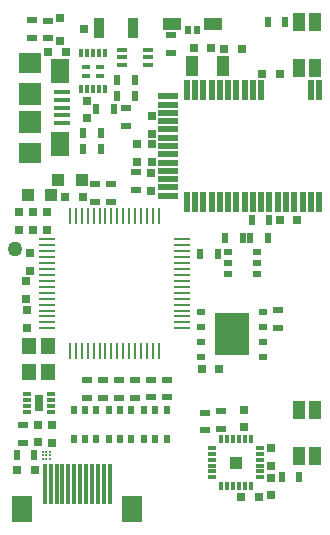
<source format=gtp>
G04 #@! TF.FileFunction,Paste,Top*
%FSLAX46Y46*%
G04 Gerber Fmt 4.6, Leading zero omitted, Abs format (unit mm)*
G04 Created by KiCad (PCBNEW 4.0.1-stable) date 11/28/2016 11:50:17 AM*
%MOMM*%
G01*
G04 APERTURE LIST*
%ADD10C,0.100000*%
%ADD11R,0.300000X0.650000*%
%ADD12R,0.744000X0.465000*%
%ADD13R,0.500000X0.900000*%
%ADD14R,0.900000X0.500000*%
%ADD15R,0.750000X0.800000*%
%ADD16R,0.800000X0.300000*%
%ADD17R,0.300000X0.800000*%
%ADD18R,1.000000X1.000000*%
%ADD19R,1.897380X1.897380*%
%ADD20R,1.897380X1.899920*%
%ADD21R,1.897380X1.795780*%
%ADD22R,1.597660X2.095500*%
%ADD23R,1.346200X0.398780*%
%ADD24R,0.279400X1.473200*%
%ADD25R,1.473200X0.279400*%
%ADD26R,0.850000X0.350000*%
%ADD27R,1.700000X0.500000*%
%ADD28R,0.500000X1.700000*%
%ADD29R,1.000000X1.800000*%
%ADD30R,0.800000X0.750000*%
%ADD31R,1.500000X1.000000*%
%ADD32R,0.500000X0.800000*%
%ADD33R,1.100000X1.100000*%
%ADD34R,0.300000X3.500000*%
%ADD35R,1.800000X2.200000*%
%ADD36R,0.800100X0.800100*%
%ADD37R,0.900000X1.700000*%
%ADD38R,1.050000X1.650000*%
%ADD39R,0.750000X0.500000*%
%ADD40R,3.000000X3.600000*%
%ADD41C,0.175000*%
%ADD42R,0.800000X0.500000*%
%ADD43R,1.200000X1.400000*%
%ADD44R,0.700000X0.300000*%
%ADD45R,0.800000X1.380000*%
%ADD46C,1.270000*%
G04 APERTURE END LIST*
D10*
D11*
X130630000Y-81737500D03*
X131130000Y-81737500D03*
X131630000Y-81737500D03*
X132130000Y-81737500D03*
X132630000Y-81737500D03*
X132630000Y-78637500D03*
X132130000Y-78637500D03*
X131630000Y-78637500D03*
X131130000Y-78637500D03*
X130630000Y-78637500D03*
D12*
X132250000Y-79800000D03*
X131010000Y-79800000D03*
X132250000Y-80575000D03*
X131010000Y-80575000D03*
D13*
X147600000Y-114575000D03*
X149100000Y-114575000D03*
D14*
X138225000Y-77150000D03*
X138225000Y-78650000D03*
D15*
X126025000Y-100425000D03*
X126025000Y-101925000D03*
D16*
X141739038Y-112078930D03*
X141739038Y-112578930D03*
X141739038Y-113078930D03*
X141739038Y-113578930D03*
X141739038Y-114078930D03*
X141739038Y-114578930D03*
D17*
X142489038Y-115328930D03*
X142989038Y-115328930D03*
X143489038Y-115328930D03*
X143989038Y-115328930D03*
X144489038Y-115328930D03*
X144989038Y-115328930D03*
D16*
X145739038Y-114578930D03*
X145739038Y-114078930D03*
X145739038Y-113578930D03*
X145739038Y-113078930D03*
X145739038Y-112578930D03*
X145739038Y-112078930D03*
D17*
X144989038Y-111328930D03*
X144489038Y-111328930D03*
X143989038Y-111328930D03*
X143489038Y-111328930D03*
X142989038Y-111328930D03*
X142489038Y-111328930D03*
D18*
X143739038Y-113328930D03*
D19*
X126291795Y-82093315D03*
D20*
X126291795Y-84491075D03*
D21*
X126291795Y-87092035D03*
D22*
X128841955Y-80193395D03*
D23*
X128968955Y-81994255D03*
X128968955Y-82644495D03*
X128968955Y-83292195D03*
X128968955Y-83939895D03*
X128968955Y-84590135D03*
D22*
X128841955Y-86390995D03*
D21*
X126291795Y-79492355D03*
D24*
X137196481Y-92484409D03*
X136688481Y-92484409D03*
X136180481Y-92484409D03*
X135697881Y-92484409D03*
X135189881Y-92484409D03*
X134681881Y-92484409D03*
X134199281Y-92484409D03*
X133691281Y-92484409D03*
X133183281Y-92484409D03*
X132675281Y-92484409D03*
X132192681Y-92484409D03*
X131684681Y-92484409D03*
X131176681Y-92484409D03*
X130694081Y-92484409D03*
X130186081Y-92484409D03*
X129678081Y-92484409D03*
D25*
X127722281Y-94440209D03*
X127722281Y-94948209D03*
X127722281Y-95456209D03*
X127722281Y-95938809D03*
X127722281Y-96446809D03*
X127722281Y-96954809D03*
X127722281Y-97437409D03*
X127722281Y-97945409D03*
X127722281Y-98453409D03*
X127722281Y-98961409D03*
X127722281Y-99444009D03*
X127722281Y-99952009D03*
X127722281Y-100460009D03*
X127722281Y-100942609D03*
X127722281Y-101450609D03*
X127722281Y-101958609D03*
D24*
X129678081Y-103914409D03*
X130186081Y-103914409D03*
X130694081Y-103914409D03*
X131176681Y-103914409D03*
X131684681Y-103914409D03*
X132192681Y-103914409D03*
X132675281Y-103914409D03*
X133183281Y-103914409D03*
X133691281Y-103914409D03*
X134199281Y-103914409D03*
X134681881Y-103914409D03*
X135189881Y-103914409D03*
X135697881Y-103914409D03*
X136180481Y-103914409D03*
X136688481Y-103914409D03*
X137196481Y-103914409D03*
D25*
X139152281Y-101958609D03*
X139152281Y-101450609D03*
X139152281Y-100942609D03*
X139152281Y-100460009D03*
X139152281Y-99952009D03*
X139152281Y-99444009D03*
X139152281Y-98961409D03*
X139152281Y-98453409D03*
X139152281Y-97945409D03*
X139152281Y-97437409D03*
X139152281Y-96954809D03*
X139152281Y-96446809D03*
X139152281Y-95938809D03*
X139152281Y-95456209D03*
X139152281Y-94948209D03*
X139152281Y-94440209D03*
D14*
X131105000Y-107830000D03*
X131105000Y-106330000D03*
D26*
X136300000Y-79675000D03*
X136300000Y-79025000D03*
X136300000Y-78375000D03*
X134100000Y-78375000D03*
X134100000Y-79025000D03*
X134100000Y-79675000D03*
D27*
X138013348Y-82326518D03*
X138013348Y-83026518D03*
X138013348Y-83726518D03*
X138013348Y-84426518D03*
X138013348Y-85126518D03*
X138013348Y-85826518D03*
X138013348Y-86526518D03*
X138013348Y-87226518D03*
X138013348Y-87926518D03*
X138013348Y-88626518D03*
X138013348Y-89326518D03*
X138013348Y-90026518D03*
X138013348Y-90726518D03*
D28*
X150763348Y-81776518D03*
X150063348Y-81776518D03*
X139563348Y-91276518D03*
X140263348Y-91276518D03*
X140963348Y-91276518D03*
X141663348Y-91276518D03*
X142363348Y-91276518D03*
X143063348Y-91276518D03*
X143763348Y-91276518D03*
X144463348Y-91276518D03*
X145163348Y-91276518D03*
X145863348Y-91276518D03*
X146563348Y-91276518D03*
X147263348Y-91276518D03*
X147963348Y-91276518D03*
X148663348Y-91276518D03*
X149363348Y-91276518D03*
X150063348Y-91276518D03*
X150763348Y-91276518D03*
X145863348Y-81776518D03*
X145163348Y-81776518D03*
X144463348Y-81776518D03*
X143763348Y-81776518D03*
X143063348Y-81776518D03*
X142363348Y-81776518D03*
X141663348Y-81776518D03*
X140963348Y-81776518D03*
X140263348Y-81776518D03*
X139563348Y-81776518D03*
D29*
X142594348Y-79775000D03*
X140044348Y-79775000D03*
D15*
X126250000Y-97085000D03*
X126250000Y-95585000D03*
X125975000Y-97950000D03*
X125975000Y-99450000D03*
X125375000Y-93650000D03*
X125375000Y-92150000D03*
X127731000Y-93652000D03*
X127731000Y-92152000D03*
X126575000Y-93650000D03*
X126575000Y-92150000D03*
D30*
X140825000Y-105400000D03*
X142325000Y-105400000D03*
X130750000Y-90875000D03*
X129250000Y-90875000D03*
D15*
X131144146Y-82686050D03*
X131144146Y-84186050D03*
D30*
X129300000Y-78600000D03*
X127800000Y-78600000D03*
D15*
X128155000Y-111630000D03*
X128155000Y-110130000D03*
X126955000Y-111620000D03*
X126955000Y-110120000D03*
D30*
X126705000Y-113950000D03*
X125205000Y-113950000D03*
X148925000Y-92800000D03*
X147425000Y-92800000D03*
D15*
X135375000Y-87875000D03*
X135375000Y-86375000D03*
X136575000Y-88800000D03*
X136575000Y-90300000D03*
D30*
X145925000Y-80400000D03*
X147425000Y-80400000D03*
X142741000Y-78275000D03*
X144241000Y-78275000D03*
X140150000Y-78250000D03*
X141650000Y-78250000D03*
D15*
X146725000Y-116100000D03*
X146725000Y-114600000D03*
X146725000Y-112125000D03*
X146725000Y-113625000D03*
D30*
X145675000Y-116275000D03*
X144175000Y-116275000D03*
D15*
X144400000Y-108850000D03*
X144400000Y-110350000D03*
D31*
X138275000Y-76200000D03*
X141775000Y-76200000D03*
D32*
X139625000Y-76700000D03*
X140425000Y-76700000D03*
D33*
X128100000Y-90650000D03*
X126100000Y-90650000D03*
X130650000Y-89400000D03*
X128650000Y-89400000D03*
D15*
X136590000Y-83975000D03*
X136590000Y-85475000D03*
X136590000Y-86375000D03*
X136590000Y-87875000D03*
D34*
X133035000Y-115180000D03*
X132535000Y-115180000D03*
X132035000Y-115180000D03*
X131535000Y-115180000D03*
X131035000Y-115180000D03*
X130535000Y-115180000D03*
X130035000Y-115180000D03*
X129535000Y-115180000D03*
X129035000Y-115180000D03*
X128535000Y-115180000D03*
D35*
X134935000Y-117280000D03*
X125635000Y-117280000D03*
D34*
X128035000Y-115180000D03*
X127535000Y-115180000D03*
D36*
X128825000Y-75700000D03*
X128825000Y-77600000D03*
X130823980Y-76650000D03*
D14*
X133175000Y-91250000D03*
X133175000Y-89750000D03*
X131816937Y-91251003D03*
X131816937Y-89751003D03*
X141125000Y-109100000D03*
X141125000Y-110600000D03*
X142500000Y-109000000D03*
X142500000Y-110500000D03*
D13*
X132285000Y-85455000D03*
X130785000Y-85455000D03*
X132275000Y-86805000D03*
X130775000Y-86805000D03*
X133419146Y-83411050D03*
X131919146Y-83411050D03*
D14*
X147325000Y-100400000D03*
X147325000Y-101900000D03*
D13*
X135175000Y-82300000D03*
X133675000Y-82300000D03*
D14*
X127800000Y-77400000D03*
X127800000Y-75900000D03*
D13*
X144300000Y-94300000D03*
X142800000Y-94300000D03*
D14*
X134425000Y-83325000D03*
X134425000Y-84825000D03*
X126450000Y-75875000D03*
X126450000Y-77375000D03*
D13*
X144900000Y-94300000D03*
X146400000Y-94300000D03*
D14*
X125675000Y-110140000D03*
X125675000Y-111640000D03*
D13*
X146550000Y-92825000D03*
X145050000Y-92825000D03*
D14*
X135300000Y-88725000D03*
X135300000Y-90225000D03*
D13*
X146415000Y-76060000D03*
X147915000Y-76060000D03*
X126650000Y-112690000D03*
X125150000Y-112690000D03*
X135175000Y-80950000D03*
X133675000Y-80950000D03*
D37*
X135000000Y-76525000D03*
X132100000Y-76525000D03*
D13*
X142225000Y-95700000D03*
X140725000Y-95700000D03*
D14*
X137855000Y-107810000D03*
X137855000Y-106310000D03*
X136505000Y-107810000D03*
X136505000Y-106310000D03*
X135165000Y-107820000D03*
X135165000Y-106320000D03*
X133815000Y-107820000D03*
X133815000Y-106320000D03*
X132465000Y-107830000D03*
X132465000Y-106330000D03*
D38*
X149050000Y-112750000D03*
X150450000Y-112750000D03*
X150450000Y-108850000D03*
X149050000Y-108850000D03*
D39*
X146025000Y-104355000D03*
X146025000Y-103085000D03*
X146025000Y-101815000D03*
X146025000Y-100545000D03*
X140775000Y-100545000D03*
X140775000Y-101815000D03*
X140775000Y-103085000D03*
X140775000Y-104355000D03*
D40*
X143400000Y-102450000D03*
D41*
X127664855Y-112705275D03*
X127364855Y-112705275D03*
X127964855Y-112405275D03*
X127664855Y-112405275D03*
X127364855Y-112405275D03*
X127964855Y-113005275D03*
X127664855Y-113005275D03*
X127364855Y-113005275D03*
X127964855Y-112705275D03*
D42*
X143075000Y-96425000D03*
X143075000Y-95475000D03*
X143075000Y-97375000D03*
X145475000Y-97375000D03*
X145475000Y-96425000D03*
X145475000Y-95475000D03*
D32*
X136914537Y-108901383D03*
X137864537Y-108901383D03*
X135964537Y-108901383D03*
X135964537Y-111301383D03*
X136914537Y-111301383D03*
X137864537Y-111301383D03*
X133914537Y-108901383D03*
X134864537Y-108901383D03*
X132964537Y-108901383D03*
X132964537Y-111301383D03*
X133914537Y-111301383D03*
X134864537Y-111301383D03*
X130935000Y-108905000D03*
X131885000Y-108905000D03*
X129985000Y-108905000D03*
X129985000Y-111305000D03*
X130935000Y-111305000D03*
X131885000Y-111305000D03*
D43*
X126175000Y-103425000D03*
X126175000Y-105625000D03*
X127775000Y-103425000D03*
X127775000Y-105625000D03*
D38*
X149050000Y-79925000D03*
X150450000Y-79925000D03*
X150450000Y-76025000D03*
X149050000Y-76025000D03*
D44*
X128035000Y-109060000D03*
X128035000Y-108560000D03*
X128035000Y-108060000D03*
X128035000Y-107560000D03*
X126035000Y-107560000D03*
X126035000Y-108060000D03*
X126035000Y-108560000D03*
X126035000Y-109060000D03*
D45*
X127035000Y-108310000D03*
D46*
X125050000Y-95225000D03*
M02*

</source>
